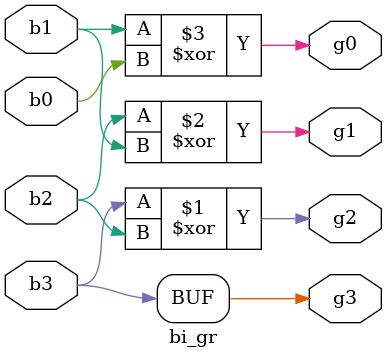
<source format=v>
module bi_gr(
  input b3,b2,b1,b0,
  output g3,g2,g1,g0);
assign g3=b3;
assign g2=b3^b2;
assign g1=b2^b1;
assign g0=b1^b0;
endmodule

</source>
